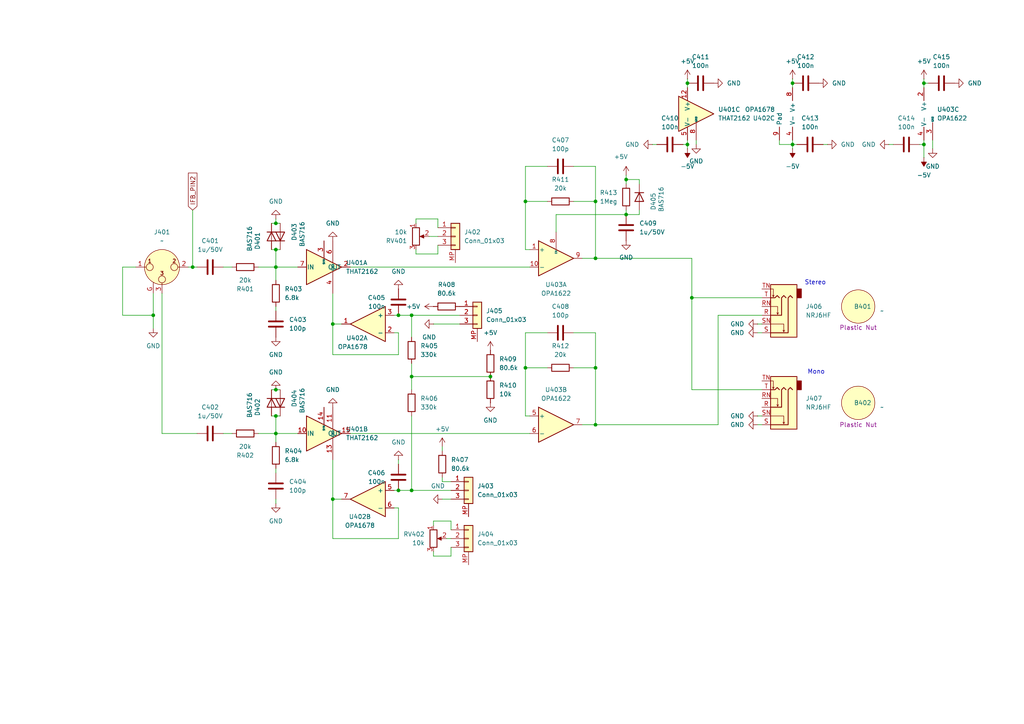
<source format=kicad_sch>
(kicad_sch (version 20250114) (generator "eeschema") (generator_version "9.0")
  (paper "A4")
  (lib_symbols
    (symbol "Amplifier_Audio:OPA1622" (pin_names (offset 0.127))
      (property "Reference" "U" (at 3.81 6.35 0))
      (property "Value" "OPA1622" (at 3.81 3.81 0))
      (symbol "OPA1622_1_1"
        (polyline (pts (xy -5.08 5.08) (xy 5.08 0) (xy -5.08 -5.08) (xy -5.08 5.08) (xy -5.08 5.08)) (stroke (width 0.254)) (fill (type background)))
        (pin input line (at -7.62 2.54 0) (length 2.54) (name "+") (number "1"))
        (pin input line (at -7.62 -2.54 0) (length 2.54) (name "-") (number "10"))
        (pin input line (at 0 7.62 270) (length 5.08) (name "EN") (number "8"))
        (pin output line (at 7.62 0 180) (length 2.54) (name "~") (number "9"))
      )
      (symbol "OPA1622_2_1"
        (polyline (pts (xy -5.08 5.08) (xy 5.08 0) (xy -5.08 -5.08) (xy -5.08 5.08) (xy -5.08 5.08)) (stroke (width 0.254)) (fill (type background)))
        (pin input line (at -7.62 2.54 0) (length 2.54) (name "+") (number "5"))
        (pin input line (at -7.62 -2.54 0) (length 2.54) (name "-") (number "6"))
        (pin output line (at 7.62 0 180) (length 2.54) (name "~") (number "7"))
      )
      (symbol "OPA1622_3_1"
        (pin power_in line (at -2.54 7.62 270) (length 3.81) (name "V+") (number "2"))
        (pin passive line (at -2.54 -7.62 90) (length 3.81) (hide yes) (name "V-") (number "11"))
        (pin power_in line (at -2.54 -7.62 90) (length 3.81) (name "V-") (number "4"))
        (pin power_in line (at 0 -7.62 90) (length 5.08) (name "GND") (number "3"))
      )
    )
    (symbol "Connector_Audio:AudioJack3_Switch"
      (property "Reference" "J" (at 0 11.43 0))
      (property "Value" "AudioJack3_Switch" (at 0 8.89 0))
      (symbol "AudioJack3_Switch_0_1"
        (rectangle (start -5.08 -5.08) (end -6.35 -7.62) (stroke (width 0.254)) (fill (type outline)))
        (polyline (pts (xy -1.905 -5.08) (xy -1.27 -5.715) (xy -0.635 -5.08) (xy -0.635 0) (xy 2.54 0)) (stroke (width 0.254)))
        (polyline (pts (xy -1.27 4.826) (xy -1.016 4.318)))
        (polyline (pts (xy 0 -5.08) (xy 0.635 -5.715) (xy 1.27 -5.08) (xy 2.54 -5.08)) (stroke (width 0.254)))
        (polyline (pts (xy 0.508 -0.254) (xy 0.762 -0.762)))
        (polyline (pts (xy 1.778 -5.334) (xy 2.032 -5.842)))
        (rectangle (start 2.54 6.35) (end -5.08 -8.89) (stroke (width 0.254)) (fill (type background)))
        (polyline (pts (xy 2.54 5.08) (xy -2.54 5.08) (xy -2.54 -5.08) (xy -3.175 -5.715) (xy -3.81 -5.08)) (stroke (width 0.254)))
        (polyline (pts (xy 2.54 2.54) (xy -1.27 2.54) (xy -1.27 4.826) (xy -1.524 4.318)))
        (polyline (pts (xy 2.54 -2.54) (xy 0.508 -2.54) (xy 0.508 -0.254) (xy 0.254 -0.762)))
        (polyline (pts (xy 2.54 -7.62) (xy 1.778 -7.62) (xy 1.778 -5.334) (xy 1.524 -5.842)))
      )
      (symbol "AudioJack3_Switch_1_1"
        (pin passive line (at 5.08 5.08 180) (length 2.54) (name "~") (number "S"))
        (pin passive line (at 5.08 2.54 180) (length 2.54) (name "~") (number "SN"))
        (pin passive line (at 5.08 0 180) (length 2.54) (name "~") (number "R"))
        (pin passive line (at 5.08 -2.54 180) (length 2.54) (name "~") (number "RN"))
        (pin passive line (at 5.08 -5.08 180) (length 2.54) (name "~") (number "T"))
        (pin passive line (at 5.08 -7.62 180) (length 2.54) (name "~") (number "TN"))
      )
    )
    (symbol "Connector_Audio:XLR3_Ground" (pin_names (hide yes))
      (property "Reference" "J" (at 0 8.89 0))
      (property "Value" "XLR3_Ground" (at 0 6.35 0))
      (symbol "XLR3_Ground_0_1"
        (polyline (pts (xy -5.08 0) (xy -4.572 0)))
        (circle (center -3.556 0) (radius 1.016))
        (polyline (pts (xy -2.54 -5.08) (xy -2.54 -4.445)))
        (circle (center 0 0) (radius 5.08) (fill (type background)))
        (circle (center 0 -3.556) (radius 1.016))
        (polyline (pts (xy 0 -5.08) (xy 0 -4.572)))
        (circle (center 3.556 0) (radius 1.016))
        (polyline (pts (xy 5.08 0) (xy 4.572 0)))
        (text "1" (at -3.556 1.778 0) (effects (font (size 1.016 1.016) (bold yes))))
        (text "3" (at 0 -1.778 0) (effects (font (size 1.016 1.016) (bold yes))))
        (text "2" (at 3.556 1.778 0) (effects (font (size 1.016 1.016) (bold yes))))
        (pin passive line (at -7.62 0 0) (length 2.54) (name "~") (number "1"))
        (pin passive line (at 0 -7.62 90) (length 2.54) (name "~") (number "3"))
        (pin passive line (at 7.62 0 180) (length 2.54) (name "~") (number "2"))
      )
      (symbol "XLR3_Ground_1_1"
        (pin passive line (at -2.54 -7.62 90) (length 2.54) (name "~") (number "G"))
      )
    )
    (symbol "Device:C" (pin_numbers (hide yes)) (pin_names (offset 0.254))
      (property "Reference" "C" (at 0.635 2.54 0))
      (property "Value" "C" (at 0.635 -2.54 0))
      (symbol "C_0_1"
        (polyline (pts (xy -2.032 0.762) (xy 2.032 0.762)) (stroke (width 0.508)))
        (polyline (pts (xy -2.032 -0.762) (xy 2.032 -0.762)) (stroke (width 0.508)))
      )
      (symbol "C_1_1"
        (pin passive line (at 0 3.81 270) (length 2.794) (name "~") (number "1"))
        (pin passive line (at 0 -3.81 90) (length 2.794) (name "~") (number "2"))
      )
    )
    (symbol "Device:R" (pin_numbers (hide yes)) (pin_names (offset 0))
      (property "Reference" "R" (at 2.032 0 90))
      (property "Value" "R" (at 0 0 90))
      (symbol "R_0_1"
        (rectangle (start -1.016 -2.54) (end 1.016 2.54) (stroke (width 0.254)))
      )
      (symbol "R_1_1"
        (pin passive line (at 0 3.81 270) (length 1.27) (name "~") (number "1"))
        (pin passive line (at 0 -3.81 90) (length 1.27) (name "~") (number "2"))
      )
    )
    (symbol "Device:R_Potentiometer" (pin_names (offset 1.016) (hide yes))
      (property "Reference" "RV" (at -4.445 0 90))
      (property "Value" "R_Potentiometer" (at -2.54 0 90))
      (symbol "R_Potentiometer_0_1"
        (rectangle (start 1.016 2.54) (end -1.016 -2.54) (stroke (width 0.254)))
        (polyline (pts (xy 1.143 0) (xy 2.286 0.508) (xy 2.286 -0.508) (xy 1.143 0)) (fill (type outline)))
        (polyline (pts (xy 2.54 0) (xy 1.524 0)))
      )
      (symbol "R_Potentiometer_1_1"
        (pin passive line (at 0 3.81 270) (length 1.27) (name "1") (number "1"))
        (pin passive line (at 0 -3.81 90) (length 1.27) (name "3") (number "3"))
        (pin passive line (at 3.81 0 180) (length 1.27) (name "2") (number "2"))
      )
    )
    (symbol "Diode:1N4148WT" (pin_numbers (hide yes)) (pin_names (hide yes))
      (property "Reference" "D" (at 0 2.54 0))
      (property "Value" "1N4148WT" (at 0 -2.54 0))
      (symbol "1N4148WT_0_1"
        (polyline (pts (xy -1.27 1.27) (xy -1.27 -1.27)) (stroke (width 0.254)))
        (polyline (pts (xy 1.27 1.27) (xy 1.27 -1.27) (xy -1.27 0) (xy 1.27 1.27)) (stroke (width 0.254)))
        (polyline (pts (xy 1.27 0) (xy -1.27 0)))
      )
      (symbol "1N4148WT_1_1"
        (pin passive line (at -3.81 0 0) (length 2.54) (name "K") (number "1"))
        (pin passive line (at 3.81 0 180) (length 2.54) (name "A") (number "2"))
      )
    )
    (symbol "STEVEannouncer:BOM_Entry" (on_board no)
      (property "Reference" "B" (at 0 0 0))
      (symbol "BOM_Entry_1_1"
        (circle (center 0 0) (radius 4.836) (fill (type background)))
      )
    )
    (symbol "STEVEannouncer:JST_B3B_PH" (pin_names (offset 1.016) (hide yes))
      (property "Reference" "J405" (at 2.54 1.2701 0))
      (property "Value" "JST_B3B_PH" (at 2.54 -1.2699 0))
      (symbol "JST_B3B_PH_1_1"
        (rectangle (start -1.27 3.81) (end 1.27 -3.81) (stroke (width 0.254)) (fill (type background)))
        (rectangle (start -1.27 2.667) (end 0 2.413) (stroke (width 0.1524)))
        (rectangle (start -1.27 0.127) (end 0 -0.127) (stroke (width 0.1524)))
        (rectangle (start -1.27 -2.413) (end 0 -2.667) (stroke (width 0.1524)))
        (pin passive line (at -5.08 2.54 0) (length 3.81) (name "Pin_1") (number "1"))
        (pin passive line (at -5.08 0 0) (length 3.81) (name "Pin_2") (number "2"))
        (pin passive line (at -5.08 -2.54 0) (length 3.81) (name "Pin_3") (number "3"))
        (pin passive line (at 0 -7.62 90) (length 3.81) (name "Pin_3") (number "MP"))
      )
    )
    (symbol "STEVEannouncer:OPA1678"
      (property "Reference" "U303" (at -0.254 -3.302 0))
      (property "Value" "OPA1678" (at -0.254 -5.842 0))
      (symbol "OPA1678_1_1"
        (polyline (pts (xy -5.08 5.08) (xy 5.08 0) (xy -5.08 -5.08) (xy -5.08 5.08)) (stroke (width 0.254)) (fill (type background)))
        (pin input line (at -7.62 2.54 0) (length 2.54) (name "+") (number "3"))
        (pin input line (at -7.62 -2.54 0) (length 2.54) (name "-") (number "2"))
        (pin output line (at 7.62 0 180) (length 2.54) (name "~") (number "1"))
      )
      (symbol "OPA1678_2_1"
        (polyline (pts (xy -5.08 5.08) (xy 5.08 0) (xy -5.08 -5.08) (xy -5.08 5.08)) (stroke (width 0.254)) (fill (type background)))
        (pin input line (at -7.62 2.54 0) (length 2.54) (name "+") (number "5"))
        (pin input line (at -7.62 -2.54 0) (length 2.54) (name "-") (number "6"))
        (pin output line (at 7.62 0 180) (length 2.54) (name "~") (number "7"))
      )
      (symbol "OPA1678_3_1"
        (pin power_in line (at -6.35 -7.62 90) (length 3.81) (name "Pad") (number "9"))
        (pin power_in line (at -2.54 7.62 270) (length 3.81) (name "V+") (number "8"))
        (pin power_in line (at -2.54 -7.62 90) (length 3.81) (name "V-") (number "4"))
      )
    )
    (symbol "STEVEannouncer:THAT2162" (pin_names (offset 0.127))
      (property "Reference" "U3" (at 11.43 6.4202 0))
      (property "Value" "THAT2162" (at 11.43 3.8802 0))
      (symbol "THAT2162_0_1"
        (polyline (pts (xy -5.08 5.08) (xy 5.08 0) (xy -5.08 -5.08) (xy -5.08 5.08)) (stroke (width 0.254)) (fill (type background)))
      )
      (symbol "THAT2162_1_1"
        (pin input line (at -7.62 0 0) (length 2.54) (name "IN") (number "7"))
        (pin input line (at 0 7.62 270) (length 5.08) (name "SYM") (number "3"))
        (pin input line (at 2.54 7.62 270) (length 6.35) (name "E+") (number "6"))
        (pin input line (at 2.54 -7.62 90) (length 6.35) (name "E-") (number "4"))
        (pin output line (at 7.62 0 180) (length 2.54) (name "OUT") (number "2"))
      )
      (symbol "THAT2162_2_1"
        (pin input line (at -7.62 0 0) (length 2.54) (name "IN") (number "10"))
        (pin input line (at 0 7.62 270) (length 5.08) (name "SYM") (number "14"))
        (pin input line (at 2.54 7.62 270) (length 6.35) (name "E+") (number "11"))
        (pin input line (at 2.54 -7.62 90) (length 6.35) (name "E-") (number "13"))
        (pin output line (at 7.62 0 180) (length 2.54) (name "OUT") (number "15"))
      )
      (symbol "THAT2162_3_0"
        (pin power_in line (at -2.54 7.62 270) (length 3.81) (name "V+") (number "12"))
        (pin power_in line (at -2.54 -7.62 90) (length 3.81) (name "V-") (number "5"))
        (pin power_in line (at 0 -7.62 90) (length 5.08) (name "GND") (number "8"))
      )
    )
    (symbol "THAT2162_1" (pin_names (offset 0.127))
      (property "Reference" "U3" (at 11.43 6.4202 0))
      (property "Value" "THAT2162" (at 11.43 3.8802 0))
      (symbol "THAT2162_1_0_1"
        (polyline (pts (xy -5.08 5.08) (xy 5.08 0) (xy -5.08 -5.08) (xy -5.08 5.08)) (stroke (width 0.254)) (fill (type background)))
      )
      (symbol "THAT2162_1_1_1"
        (pin input line (at -7.62 0 0) (length 2.54) (name "IN") (number "7"))
        (pin input line (at 0 7.62 270) (length 5.08) (name "SYM") (number "3"))
        (pin input line (at 2.54 7.62 270) (length 6.35) (name "E+") (number "6"))
        (pin input line (at 2.54 -7.62 90) (length 6.35) (name "E-") (number "4"))
        (pin output line (at 7.62 0 180) (length 2.54) (name "OUT") (number "2"))
      )
      (symbol "THAT2162_1_2_1"
        (pin input line (at -7.62 0 0) (length 2.54) (name "IN") (number "10"))
        (pin input line (at 0 7.62 270) (length 5.08) (name "SYM") (number "14"))
        (pin input line (at 2.54 7.62 270) (length 6.35) (name "E+") (number "11"))
        (pin input line (at 2.54 -7.62 90) (length 6.35) (name "E-") (number "13"))
        (pin output line (at 7.62 0 180) (length 2.54) (name "OUT") (number "15"))
      )
      (symbol "THAT2162_1_3_0"
        (pin power_in line (at -2.54 7.62 270) (length 3.81) (name "V+") (number "12"))
        (pin power_in line (at -2.54 -7.62 90) (length 3.81) (name "V-") (number "5"))
        (pin power_in line (at 0 -7.62 90) (length 5.08) (name "GND") (number "8"))
        (pin no_connect line (at 2.54 -5.08 90) (length 5.08) (hide yes) (name "NC") (number "1"))
        (pin no_connect line (at 3.81 -5.08 90) (length 5.08) (hide yes) (name "NC") (number "9"))
        (pin no_connect line (at 5.08 -5.08 90) (length 5.08) (hide yes) (name "NC") (number "16"))
      )
    )
    (symbol "power:+5V" (power) (pin_numbers (hide yes)) (pin_names (offset 0) (hide yes))
      (property "Value" "+5V" (at 0 3.556 0))
      (symbol "+5V_0_1"
        (polyline (pts (xy -0.762 1.27) (xy 0 2.54)))
        (polyline (pts (xy 0 2.54) (xy 0.762 1.27)))
        (polyline (pts (xy 0 0) (xy 0 2.54)))
      )
      (symbol "+5V_1_1"
        (pin power_in line (at 0 0 90) (length 0) (name "~") (number "1"))
      )
    )
    (symbol "power:-5V" (power) (pin_numbers (hide yes)) (pin_names (offset 0) (hide yes))
      (property "Value" "-5V" (at 0 3.556 0))
      (symbol "-5V_0_0"
        (pin power_in line (at 0 0 90) (length 0) (name "~") (number "1"))
      )
      (symbol "-5V_0_1"
        (polyline (pts (xy 0 0) (xy 0 1.27) (xy 0.762 1.27) (xy 0 2.54) (xy -0.762 1.27) (xy 0 1.27)) (fill (type outline)))
      )
    )
    (symbol "power:GND" (power) (pin_numbers (hide yes)) (pin_names (offset 0) (hide yes))
      (property "Value" "GND" (at 0 -3.81 0))
      (symbol "GND_0_1"
        (polyline (pts (xy 0 0) (xy 0 -1.27) (xy 1.27 -1.27) (xy 0 -2.54) (xy -1.27 -1.27) (xy 0 -1.27)))
      )
      (symbol "GND_1_1"
        (pin power_in line (at 0 0 270) (length 0) (name "~") (number "1"))
      )
    )
  )
  (text "Mono" (at 236.728 107.95 0) (effects (font (size 1.27 1.27))))
  (text "Stereo" (at 236.474 82.042 0) (effects (font (size 1.27 1.27))))
  (junction (at 80.01 77.47))
  (junction (at 181.61 62.23))
  (junction (at 119.38 109.22))
  (junction (at 200.66 86.36))
  (junction (at 44.45 91.44))
  (junction (at 199.39 41.91))
  (junction (at 229.87 41.91))
  (junction (at 172.72 58.42))
  (junction (at 172.72 106.68))
  (junction (at 142.24 109.22))
  (junction (at 96.52 144.78))
  (junction (at 80.01 64.77))
  (junction (at 181.61 52.07))
  (junction (at 267.97 41.91))
  (junction (at 172.72 123.19))
  (junction (at 80.01 120.65))
  (junction (at 115.57 91.44))
  (junction (at 115.57 142.24))
  (junction (at 80.01 72.39))
  (junction (at 152.4 106.68))
  (junction (at 172.72 74.93))
  (junction (at 119.38 142.24))
  (junction (at 229.87 24.13))
  (junction (at 80.01 125.73))
  (junction (at 267.97 24.13))
  (junction (at 96.52 93.98))
  (junction (at 119.38 91.44))
  (junction (at 80.01 113.03))
  (junction (at 199.39 24.13))
  (junction (at 55.88 77.47))
  (junction (at 152.4 58.42))
  (wire (pts (xy 128.27 129.54) (xy 128.27 130.81)))
  (wire (pts (xy 101.6 125.73) (xy 153.67 125.73)))
  (wire (pts (xy 199.39 24.13) (xy 199.39 25.4)))
  (wire (pts (xy 181.61 62.23) (xy 185.42 62.23)))
  (wire (pts (xy 152.4 58.42) (xy 152.4 48.26)))
  (wire (pts (xy 115.57 96.52) (xy 114.3 96.52)))
  (wire (pts (xy 240.03 41.91) (xy 238.76 41.91)))
  (wire (pts (xy 231.14 41.91) (xy 229.87 41.91)))
  (wire (pts (xy 80.01 63.5) (xy 80.01 64.77)))
  (wire (pts (xy 270.51 40.64) (xy 270.51 43.18)))
  (wire (pts (xy 153.67 120.65) (xy 152.4 120.65)))
  (wire (pts (xy 130.81 161.29) (xy 125.73 161.29)))
  (wire (pts (xy 152.4 48.26) (xy 158.75 48.26)))
  (wire (pts (xy 119.38 120.65) (xy 119.38 142.24)))
  (wire (pts (xy 229.87 22.86) (xy 229.87 24.13)))
  (wire (pts (xy 115.57 147.32) (xy 114.3 147.32)))
  (wire (pts (xy 172.72 74.93) (xy 200.66 74.93)))
  (wire (pts (xy 35.56 77.47) (xy 35.56 91.44)))
  (wire (pts (xy 125.73 93.98) (xy 133.35 93.98)))
  (wire (pts (xy 46.99 85.09) (xy 46.99 125.73)))
  (wire (pts (xy 115.57 102.87) (xy 115.57 96.52)))
  (wire (pts (xy 80.01 88.9) (xy 80.01 90.17)))
  (wire (pts (xy 55.88 60.96) (xy 55.88 77.47)))
  (wire (pts (xy 181.61 60.96) (xy 181.61 62.23)))
  (wire (pts (xy 127 66.04) (xy 127 63.5)))
  (wire (pts (xy 161.29 62.23) (xy 161.29 67.31)))
  (wire (pts (xy 267.97 24.13) (xy 269.24 24.13)))
  (wire (pts (xy 39.37 77.47) (xy 35.56 77.47)))
  (wire (pts (xy 267.97 24.13) (xy 267.97 25.4)))
  (wire (pts (xy 115.57 134.62) (xy 115.57 133.35)))
  (wire (pts (xy 220.98 120.65) (xy 219.71 120.65)))
  (wire (pts (xy 172.72 74.93) (xy 168.91 74.93)))
  (wire (pts (xy 114.3 91.44) (xy 115.57 91.44)))
  (wire (pts (xy 152.4 120.65) (xy 152.4 106.68)))
  (wire (pts (xy 80.01 72.39) (xy 80.01 77.47)))
  (wire (pts (xy 172.72 48.26) (xy 172.72 58.42)))
  (wire (pts (xy 125.73 160.02) (xy 125.73 161.29)))
  (wire (pts (xy 119.38 113.03) (xy 119.38 109.22)))
  (wire (pts (xy 119.38 91.44) (xy 133.35 91.44)))
  (wire (pts (xy 78.74 113.03) (xy 80.01 113.03)))
  (wire (pts (xy 101.6 77.47) (xy 153.67 77.47)))
  (wire (pts (xy 226.06 41.91) (xy 229.87 41.91)))
  (wire (pts (xy 200.66 113.03) (xy 220.98 113.03)))
  (wire (pts (xy 129.54 156.21) (xy 130.81 156.21)))
  (wire (pts (xy 96.52 133.35) (xy 96.52 144.78)))
  (wire (pts (xy 127 73.66) (xy 120.65 73.66)))
  (wire (pts (xy 78.74 72.39) (xy 80.01 72.39)))
  (wire (pts (xy 35.56 91.44) (xy 44.45 91.44)))
  (wire (pts (xy 185.42 60.96) (xy 185.42 62.23)))
  (wire (pts (xy 199.39 41.91) (xy 199.39 40.64)))
  (wire (pts (xy 166.37 106.68) (xy 172.72 106.68)))
  (wire (pts (xy 189.23 41.91) (xy 190.5 41.91)))
  (wire (pts (xy 96.52 93.98) (xy 99.06 93.98)))
  (wire (pts (xy 181.61 52.07) (xy 181.61 53.34)))
  (wire (pts (xy 152.4 106.68) (xy 152.4 96.52)))
  (wire (pts (xy 80.01 135.89) (xy 80.01 137.16)))
  (wire (pts (xy 80.01 125.73) (xy 86.36 125.73)))
  (wire (pts (xy 80.01 125.73) (xy 80.01 128.27)))
  (wire (pts (xy 119.38 109.22) (xy 142.24 109.22)))
  (wire (pts (xy 229.87 24.13) (xy 229.87 25.4)))
  (wire (pts (xy 80.01 77.47) (xy 86.36 77.47)))
  (wire (pts (xy 199.39 22.86) (xy 199.39 24.13)))
  (wire (pts (xy 115.57 156.21) (xy 115.57 147.32)))
  (wire (pts (xy 124.46 68.58) (xy 127 68.58)))
  (wire (pts (xy 130.81 153.67) (xy 130.81 151.13)))
  (wire (pts (xy 166.37 48.26) (xy 172.72 48.26)))
  (wire (pts (xy 267.97 22.86) (xy 267.97 24.13)))
  (wire (pts (xy 130.81 151.13) (xy 125.73 151.13)))
  (wire (pts (xy 220.98 93.98) (xy 219.71 93.98)))
  (wire (pts (xy 80.01 77.47) (xy 80.01 81.28)))
  (wire (pts (xy 226.06 40.64) (xy 226.06 41.91)))
  (wire (pts (xy 200.66 86.36) (xy 200.66 113.03)))
  (wire (pts (xy 119.38 142.24) (xy 130.81 142.24)))
  (wire (pts (xy 119.38 97.79) (xy 119.38 91.44)))
  (wire (pts (xy 130.81 144.78) (xy 128.27 144.78)))
  (wire (pts (xy 181.61 62.23) (xy 161.29 62.23)))
  (wire (pts (xy 96.52 156.21) (xy 115.57 156.21)))
  (wire (pts (xy 208.28 91.44) (xy 208.28 123.19)))
  (wire (pts (xy 64.77 77.47) (xy 67.31 77.47)))
  (wire (pts (xy 80.01 113.03) (xy 81.28 113.03)))
  (wire (pts (xy 208.28 123.19) (xy 172.72 123.19)))
  (wire (pts (xy 172.72 123.19) (xy 168.91 123.19)))
  (wire (pts (xy 120.65 72.39) (xy 120.65 73.66)))
  (wire (pts (xy 74.93 125.73) (xy 80.01 125.73)))
  (wire (pts (xy 80.01 120.65) (xy 80.01 125.73)))
  (wire (pts (xy 99.06 144.78) (xy 96.52 144.78)))
  (wire (pts (xy 78.74 120.65) (xy 80.01 120.65)))
  (wire (pts (xy 198.12 41.91) (xy 199.39 41.91)))
  (wire (pts (xy 267.97 41.91) (xy 267.97 40.64)))
  (wire (pts (xy 96.52 85.09) (xy 96.52 93.98)))
  (wire (pts (xy 125.73 151.13) (xy 125.73 152.4)))
  (wire (pts (xy 96.52 102.87) (xy 115.57 102.87)))
  (wire (pts (xy 220.98 96.52) (xy 219.71 96.52)))
  (wire (pts (xy 152.4 72.39) (xy 152.4 58.42)))
  (wire (pts (xy 74.93 77.47) (xy 80.01 77.47)))
  (wire (pts (xy 152.4 106.68) (xy 158.75 106.68)))
  (wire (pts (xy 181.61 50.8) (xy 181.61 52.07)))
  (wire (pts (xy 257.81 41.91) (xy 259.08 41.91)))
  (wire (pts (xy 128.27 139.7) (xy 130.81 139.7)))
  (wire (pts (xy 78.74 64.77) (xy 80.01 64.77)))
  (wire (pts (xy 114.3 142.24) (xy 115.57 142.24)))
  (wire (pts (xy 172.72 106.68) (xy 172.72 123.19)))
  (wire (pts (xy 115.57 142.24) (xy 119.38 142.24)))
  (wire (pts (xy 166.37 96.52) (xy 172.72 96.52)))
  (wire (pts (xy 44.45 91.44) (xy 44.45 95.25)))
  (wire (pts (xy 130.81 158.75) (xy 130.81 161.29)))
  (wire (pts (xy 80.01 120.65) (xy 81.28 120.65)))
  (wire (pts (xy 185.42 52.07) (xy 185.42 53.34)))
  (wire (pts (xy 80.01 72.39) (xy 81.28 72.39)))
  (wire (pts (xy 128.27 138.43) (xy 128.27 139.7)))
  (wire (pts (xy 115.57 91.44) (xy 119.38 91.44)))
  (wire (pts (xy 80.01 144.78) (xy 80.01 146.05)))
  (wire (pts (xy 120.65 63.5) (xy 120.65 64.77)))
  (wire (pts (xy 152.4 58.42) (xy 158.75 58.42)))
  (wire (pts (xy 80.01 64.77) (xy 81.28 64.77)))
  (wire (pts (xy 220.98 123.19) (xy 219.71 123.19)))
  (wire (pts (xy 127 71.12) (xy 127 73.66)))
  (wire (pts (xy 201.93 40.64) (xy 201.93 41.91)))
  (wire (pts (xy 266.7 41.91) (xy 267.97 41.91)))
  (wire (pts (xy 200.66 74.93) (xy 200.66 86.36)))
  (wire (pts (xy 54.61 77.47) (xy 55.88 77.47)))
  (wire (pts (xy 44.45 91.44) (xy 44.45 85.09)))
  (wire (pts (xy 153.67 72.39) (xy 152.4 72.39)))
  (wire (pts (xy 172.72 96.52) (xy 172.72 106.68)))
  (wire (pts (xy 172.72 58.42) (xy 172.72 74.93)))
  (wire (pts (xy 127 63.5) (xy 120.65 63.5)))
  (wire (pts (xy 229.87 41.91) (xy 229.87 40.64)))
  (wire (pts (xy 229.87 41.91) (xy 229.87 43.18)))
  (wire (pts (xy 199.39 41.91) (xy 199.39 43.18)))
  (wire (pts (xy 96.52 93.98) (xy 96.52 102.87)))
  (wire (pts (xy 208.28 91.44) (xy 220.98 91.44)))
  (wire (pts (xy 267.97 41.91) (xy 267.97 45.72)))
  (wire (pts (xy 64.77 125.73) (xy 67.31 125.73)))
  (wire (pts (xy 200.66 86.36) (xy 220.98 86.36)))
  (wire (pts (xy 57.15 77.47) (xy 55.88 77.47)))
  (wire (pts (xy 96.52 144.78) (xy 96.52 156.21)))
  (wire (pts (xy 152.4 96.52) (xy 158.75 96.52)))
  (wire (pts (xy 166.37 58.42) (xy 172.72 58.42)))
  (wire (pts (xy 119.38 105.41) (xy 119.38 109.22)))
  (wire (pts (xy 46.99 125.73) (xy 57.15 125.73)))
  (wire (pts (xy 181.61 52.07) (xy 185.42 52.07)))
  (global_label "IFB_PIN2" (shape input) (at 55.88 60.96 90) (property "Intersheetrefs" "${INTERSHEET_REFS}" (effects (hide yes))))
  (symbol (lib_id "Amplifier_Audio:OPA1622") (at 161.29 123.19 0) (unit 2)
    (property "Reference" "U403" (at 161.29 113.03 0))
    (property "Value" "OPA1622" (at 161.29 115.57 0))
    (property "Footprint" "Package_SON:Texas_S-PVSON-N10_ThermalVias" (effects (hide yes)))
    (property "Datasheet" "http://www.ti.com/lit/ds/symlink/opa1622.pdf" (effects (hide yes)))
    (property "Description" "High-Fidelity, Bipolar-Input, Audio Operational Amplifier, VSON-10" (effects (hide yes)))
    (property "Mouser Part Number" "595-OPA1622IDRCT" (effects (hide yes)))
  )
  (symbol (lib_id "Device:C") (at 115.57 87.63 0) (mirror x) (unit 1)
    (property "Reference" "C405" (at 111.76 86.3599 0) (effects (justify right)))
    (property "Value" "100n" (at 111.76 88.8999 0) (effects (justify right)))
    (property "Footprint" "Capacitor_SMD:C_0402_1005Metric" (effects (hide yes)))
    (property "Description" "Unpolarized capacitor" (effects (hide yes)))
    (property "Mouser Part Number" "81-GRM155R62A104KE4D" (effects (hide yes)))
  )
  (symbol (lib_id "power:+5V") (at 229.87 22.86 0) (unit 1)
    (property "Reference" "#PWR0427" (effects (hide yes)))
    (property "Value" "+5V" (at 229.87 17.78 0))
    (property "Description" "Power symbol creates a global label with name \"+5V\"" (effects (hide yes)))
  )
  (symbol (lib_id "power:GND") (at 44.45 95.25 0) (unit 1)
    (property "Reference" "#PWR0401" (effects (hide yes)))
    (property "Value" "GND" (at 44.45 100.33 0))
    (property "Description" "Power symbol creates a global label with name \"GND\" , ground" (effects (hide yes)))
  )
  (symbol (lib_id "Connector_Audio:AudioJack3_Switch") (at 226.06 118.11 180) (unit 1)
    (property "Reference" "J407" (at 233.68 115.5699 0) (effects (justify right)))
    (property "Value" "NRJ6HF" (at 233.68 118.1099 0) (effects (justify right)))
    (property "Footprint" "Connector_Audio:Jack_6.35mm_Neutrik_NRJ6HF_Horizontal" (effects (hide yes)))
    (property "Description" "Audio Jack, 3 Poles (Stereo / TRS), Switched Poles (Normalling)" (effects (hide yes)))
    (property "Mouser Part Number" "550-20311" (effects (hide yes)))
  )
  (symbol (lib_id "power:GND") (at 80.01 97.79 0) (unit 1)
    (property "Reference" "#PWR0403" (effects (hide yes)))
    (property "Value" "GND" (at 80.01 102.87 0))
    (property "Description" "Power symbol creates a global label with name \"GND\" , ground" (effects (hide yes)))
  )
  (symbol (lib_id "power:GND") (at 189.23 41.91 270) (unit 1)
    (property "Reference" "#PWR0418" (effects (hide yes)))
    (property "Value" "GND" (at 185.42 41.9099 90) (effects (justify right)))
    (property "Description" "Power symbol creates a global label with name \"GND\" , ground" (effects (hide yes)))
  )
  (symbol (lib_id "STEVEannouncer:JST_B3B_PH") (at 135.89 142.24 0) (unit 1)
    (property "Reference" "J403" (at 138.43 140.9699 0) (effects (justify left)))
    (property "Value" "Conn_01x03" (at 138.43 143.5099 0) (effects (justify left)))
    (property "Footprint" "Connector_JST:JST_PH_B3B-PH-SM4-TB_1x03-1MP_P2.00mm_Vertical" (effects (hide yes)))
    (property "Description" "Generic connector, single row, 01x03, script generated (kicad-library-utils/schlib/autogen/connector/)" (effects (hide yes)))
    (property "Mouser Part Number" "306-B3BPHSM4TBLFSN" (effects (hide yes)))
  )
  (symbol (lib_id "STEVEannouncer:JST_B3B_PH") (at 135.89 156.21 0) (unit 1)
    (property "Reference" "J404" (at 138.43 154.9399 0) (effects (justify left)))
    (property "Value" "Conn_01x03" (at 138.43 157.4799 0) (effects (justify left)))
    (property "Footprint" "Connector_JST:JST_PH_B3B-PH-SM4-TB_1x03-1MP_P2.00mm_Vertical" (effects (hide yes)))
    (property "Description" "Generic connector, single row, 01x03, script generated (kicad-library-utils/schlib/autogen/connector/)" (effects (hide yes)))
    (property "Mouser Part Number" "306-B3BPHSM4TBLFSN" (effects (hide yes)))
  )
  (symbol (lib_id "Device:C") (at 60.96 125.73 90) (unit 1)
    (property "Reference" "C402" (at 60.96 118.11 90))
    (property "Value" "1u/50V" (at 60.96 120.65 90))
    (property "Footprint" "Capacitor_SMD:C_0402_1005Metric" (effects (hide yes)))
    (property "Description" "Unpolarized capacitor" (effects (hide yes)))
    (property "Mouser Part Number" "81-GRM155R61H105KE5D" (effects (hide yes)))
  )
  (symbol (lib_id "power:GND") (at 128.27 144.78 270) (unit 1)
    (property "Reference" "#PWR0413" (effects (hide yes)))
    (property "Value" "GND" (at 127 140.97 90))
    (property "Description" "Power symbol creates a global label with name \"GND\" , ground" (effects (hide yes)))
  )
  (symbol (lib_id "Device:R") (at 162.56 106.68 90) (unit 1)
    (property "Reference" "R412" (at 162.56 100.33 90))
    (property "Value" "20k" (at 162.56 102.87 90))
    (property "Footprint" "Resistor_SMD:R_0402_1005Metric" (effects (hide yes)))
    (property "Description" "Resistor" (effects (hide yes)))
  )
  (symbol (lib_id "STEVEannouncer:JST_B3B_PH") (at 138.43 91.44 0) (unit 1)
    (property "Reference" "J405" (at 140.97 90.1699 0) (effects (justify left)))
    (property "Value" "Conn_01x03" (at 140.97 92.7099 0) (effects (justify left)))
    (property "Footprint" "Connector_JST:JST_PH_B3B-PH-SM4-TB_1x03-1MP_P2.00mm_Vertical" (effects (hide yes)))
    (property "Description" "Generic connector, single row, 01x03, script generated (kicad-library-utils/schlib/autogen/connector/)" (effects (hide yes)))
    (property "Mouser Part Number" "306-B3BPHSM4TBLFSN" (effects (hide yes)))
  )
  (symbol (lib_id "Device:R_Potentiometer") (at 125.73 156.21 0) (unit 1)
    (property "Reference" "RV402" (at 123.19 154.9399 0) (effects (justify right)))
    (property "Value" "10k" (at 123.19 157.4799 0) (effects (justify right)))
    (property "Footprint" "STEVEannouncer:Pot" (effects (hide yes)))
    (property "Description" "Potentiometer" (effects (hide yes)))
    (property "Mouser Part Number" "858-P160KN0QD15B10K" (effects (hide yes)))
  )
  (symbol (lib_id "power:GND") (at 257.81 41.91 270) (unit 1)
    (property "Reference" "#PWR0431" (effects (hide yes)))
    (property "Value" "GND" (at 254 41.9099 90) (effects (justify right)))
    (property "Description" "Power symbol creates a global label with name \"GND\" , ground" (effects (hide yes)))
  )
  (symbol (lib_id "power:GND") (at 207.01 24.13 90) (unit 1)
    (property "Reference" "#PWR0422" (effects (hide yes)))
    (property "Value" "GND" (at 210.82 24.1299 90) (effects (justify right)))
    (property "Description" "Power symbol creates a global label with name \"GND\" , ground" (effects (hide yes)))
  )
  (symbol (lib_id "Connector_Audio:AudioJack3_Switch") (at 226.06 91.44 180) (unit 1)
    (property "Reference" "J406" (at 233.68 88.8999 0) (effects (justify right)))
    (property "Value" "NRJ6HF" (at 233.68 91.4399 0) (effects (justify right)))
    (property "Footprint" "Connector_Audio:Jack_6.35mm_Neutrik_NRJ6HF_Horizontal" (effects (hide yes)))
    (property "Description" "Audio Jack, 3 Poles (Stereo / TRS), Switched Poles (Normalling)" (effects (hide yes)))
    (property "Mouser Part Number" "550-20311" (effects (hide yes)))
  )
  (symbol (lib_id "Device:C") (at 262.89 41.91 90) (unit 1)
    (property "Reference" "C414" (at 262.89 34.29 90))
    (property "Value" "100n" (at 262.89 36.83 90))
    (property "Footprint" "Capacitor_SMD:C_0402_1005Metric" (effects (hide yes)))
    (property "Description" "Unpolarized capacitor" (effects (hide yes)))
    (property "Mouser Part Number" "81-GRM155R62A104KE4D" (effects (hide yes)))
  )
  (symbol (lib_id "Device:R") (at 162.56 58.42 90) (unit 1)
    (property "Reference" "R411" (at 162.56 52.07 90))
    (property "Value" "20k" (at 162.56 54.61 90))
    (property "Footprint" "Resistor_SMD:R_0402_1005Metric" (effects (hide yes)))
    (property "Description" "Resistor" (effects (hide yes)))
  )
  (symbol (lib_id "Device:R") (at 71.12 77.47 90) (mirror x) (unit 1)
    (property "Reference" "R401" (at 71.12 83.82 90))
    (property "Value" "20k" (at 71.12 81.28 90))
    (property "Footprint" "Resistor_SMD:R_0402_1005Metric" (effects (hide yes)))
    (property "Description" "Resistor" (effects (hide yes)))
  )
  (symbol (lib_id "power:GND") (at 219.71 96.52 270) (unit 1)
    (property "Reference" "#PWR0424" (effects (hide yes)))
    (property "Value" "GND" (at 215.9 96.5201 90) (effects (justify right)))
    (property "Description" "Power symbol creates a global label with name \"GND\" , ground" (effects (hide yes)))
  )
  (symbol (lib_id "Device:C") (at 60.96 77.47 90) (unit 1)
    (property "Reference" "C401" (at 60.96 69.85 90))
    (property "Value" "1u/50V" (at 60.96 72.39 90))
    (property "Footprint" "Capacitor_SMD:C_0402_1005Metric" (effects (hide yes)))
    (property "Description" "Unpolarized capacitor" (effects (hide yes)))
    (property "Mouser Part Number" "81-GRM155R61H105KE5D" (effects (hide yes)))
  )
  (symbol (lib_id "power:GND") (at 142.24 116.84 0) (unit 1)
    (property "Reference" "#PWR0415" (effects (hide yes)))
    (property "Value" "GND" (at 142.24 121.92 0))
    (property "Description" "Power symbol creates a global label with name \"GND\" , ground" (effects (hide yes)))
  )
  (symbol (lib_id "Diode:1N4148WT") (at 78.74 116.84 270) (unit 1)
    (property "Reference" "D402" (at 74.676 115.57 0) (effects (justify left)))
    (property "Value" "BAS716" (at 72.39 113.792 0) (effects (justify left)))
    (property "Footprint" "Diode_SMD:D_SOD-523" (effects (hide yes)))
    (property "Datasheet" "https://www.diodes.com/assets/Datasheets/ds30396.pdf" (effects (hide yes)))
    (property "Description" "75V 0.15A Fast switching Diode, SOD-523" (effects (hide yes)))
    (property "Sim.Device" "D" (effects (hide yes)))
    (property "Sim.Pins" "1=K 2=A" (effects (hide yes)))
    (property "Mouser Part Number" "771-BAS716-T/R" (effects (hide yes)))
  )
  (symbol (lib_id "power:GND") (at 219.71 120.65 270) (unit 1)
    (property "Reference" "#PWR0425" (effects (hide yes)))
    (property "Value" "GND" (at 215.9 120.6501 90) (effects (justify right)))
    (property "Description" "Power symbol creates a global label with name \"GND\" , ground" (effects (hide yes)))
  )
  (symbol (lib_id "power:GND") (at 237.49 24.13 90) (unit 1)
    (property "Reference" "#PWR0429" (effects (hide yes)))
    (property "Value" "GND" (at 241.3 24.1299 90) (effects (justify right)))
    (property "Description" "Power symbol creates a global label with name \"GND\" , ground" (effects (hide yes)))
  )
  (symbol (lib_id "power:-5V") (at 229.87 43.18 0) (mirror x) (unit 1)
    (property "Reference" "#PWR0428" (effects (hide yes)))
    (property "Value" "-5V" (at 229.87 48.26 0))
    (property "Description" "Power symbol creates a global label with name \"-5V\"" (effects (hide yes)))
  )
  (symbol (lib_id "Device:C") (at 234.95 41.91 270) (mirror x) (unit 1)
    (property "Reference" "C413" (at 234.95 34.29 90))
    (property "Value" "100n" (at 234.95 36.83 90))
    (property "Footprint" "Capacitor_SMD:C_0402_1005Metric" (effects (hide yes)))
    (property "Description" "Unpolarized capacitor" (effects (hide yes)))
    (property "Mouser Part Number" "81-GRM155R62A104KE4D" (effects (hide yes)))
  )
  (symbol (lib_id "power:GND") (at 270.51 43.18 0) (unit 1)
    (property "Reference" "#PWR0434" (effects (hide yes)))
    (property "Value" "GND" (at 270.51 48.26 0))
    (property "Description" "Power symbol creates a global label with name \"GND\" , ground" (effects (hide yes)))
  )
  (symbol (lib_id "power:-5V") (at 267.97 45.72 180) (unit 1)
    (property "Reference" "#PWR0433" (effects (hide yes)))
    (property "Value" "-5V" (at 267.97 50.8 0))
    (property "Description" "Power symbol creates a global label with name \"-5V\"" (effects (hide yes)))
  )
  (symbol (lib_id "STEVEannouncer:JST_B3B_PH") (at 132.08 68.58 0) (unit 1)
    (property "Reference" "J402" (at 134.62 67.3099 0) (effects (justify left)))
    (property "Value" "Conn_01x03" (at 134.62 69.8499 0) (effects (justify left)))
    (property "Footprint" "Connector_JST:JST_PH_B3B-PH-SM4-TB_1x03-1MP_P2.00mm_Vertical" (effects (hide yes)))
    (property "Description" "Generic connector, single row, 01x03, script generated (kicad-library-utils/schlib/autogen/connector/)" (effects (hide yes)))
    (property "Mouser Part Number" "306-B3BPHSM4TBLFSN" (effects (hide yes)))
  )
  (symbol (lib_id "Device:C") (at 162.56 96.52 90) (unit 1)
    (property "Reference" "C408" (at 162.56 88.9 90))
    (property "Value" "100p" (at 162.56 91.44 90))
    (property "Footprint" "Capacitor_SMD:C_0402_1005Metric" (effects (hide yes)))
    (property "Description" "Unpolarized capacitor" (effects (hide yes)))
  )
  (symbol (lib_id "power:GND") (at 181.61 69.85 0) (unit 1)
    (property "Reference" "#PWR0417" (effects (hide yes)))
    (property "Value" "GND" (at 181.61 74.676 0))
    (property "Description" "Power symbol creates a global label with name \"GND\" , ground" (effects (hide yes)))
  )
  (symbol (lib_id "Device:R") (at 80.01 132.08 0) (unit 1)
    (property "Reference" "R404" (at 82.55 130.8099 0) (effects (justify left)))
    (property "Value" "6.8k" (at 82.55 133.3499 0) (effects (justify left)))
    (property "Footprint" "Resistor_SMD:R_0402_1005Metric" (effects (hide yes)))
    (property "Description" "Resistor" (effects (hide yes)))
  )
  (symbol (lib_id "power:GND") (at 240.03 41.91 90) (mirror x) (unit 1)
    (property "Reference" "#PWR0430" (effects (hide yes)))
    (property "Value" "GND" (at 243.84 41.9099 90) (effects (justify right)))
    (property "Description" "Power symbol creates a global label with name \"GND\" , ground" (effects (hide yes)))
  )
  (symbol (lib_id "Device:C") (at 162.56 48.26 90) (unit 1)
    (property "Reference" "C407" (at 162.56 40.64 90))
    (property "Value" "100p" (at 162.56 43.18 90))
    (property "Footprint" "Capacitor_SMD:C_0402_1005Metric" (effects (hide yes)))
    (property "Description" "Unpolarized capacitor" (effects (hide yes)))
  )
  (symbol (lib_id "Amplifier_Audio:OPA1622") (at 161.29 74.93 0) (unit 1)
    (property "Reference" "U403" (at 161.29 82.55 0))
    (property "Value" "OPA1622" (at 161.29 85.09 0))
    (property "Footprint" "Package_SON:Texas_S-PVSON-N10_ThermalVias" (effects (hide yes)))
    (property "Datasheet" "http://www.ti.com/lit/ds/symlink/opa1622.pdf" (effects (hide yes)))
    (property "Description" "High-Fidelity, Bipolar-Input, Audio Operational Amplifier, VSON-10" (effects (hide yes)))
    (property "Mouser Part Number" "595-OPA1622IDRCT" (effects (hide yes)))
  )
  (symbol (lib_id "power:GND") (at 115.57 83.82 180) (unit 1)
    (property "Reference" "#PWR0408" (effects (hide yes)))
    (property "Value" "GND" (at 115.57 78.74 0))
    (property "Description" "Power symbol creates a global label with name \"GND\" , ground" (effects (hide yes)))
  )
  (symbol (lib_id "Diode:1N4148WT") (at 81.28 68.58 90) (unit 1)
    (property "Reference" "D403" (at 85.344 69.85 0) (effects (justify left)))
    (property "Value" "BAS716" (at 87.63 71.628 0) (effects (justify left)))
    (property "Footprint" "Diode_SMD:D_SOD-523" (effects (hide yes)))
    (property "Datasheet" "https://www.diodes.com/assets/Datasheets/ds30396.pdf" (effects (hide yes)))
    (property "Description" "75V 0.15A Fast switching Diode, SOD-523" (effects (hide yes)))
    (property "Sim.Device" "D" (effects (hide yes)))
    (property "Sim.Pins" "1=K 2=A" (effects (hide yes)))
    (property "Mouser Part Number" "771-BAS716-T/R" (effects (hide yes)))
  )
  (symbol (lib_id "Device:R_Potentiometer") (at 120.65 68.58 0) (unit 1)
    (property "Reference" "RV401" (at 118.11 69.8501 0) (effects (justify right)))
    (property "Value" "10k" (at 118.11 67.3101 0) (effects (justify right)))
    (property "Footprint" "STEVEannouncer:Pot" (effects (hide yes)))
    (property "Description" "Potentiometer" (effects (hide yes)))
    (property "Mouser Part Number" "858-P160KN0QD15B10K" (effects (hide yes)))
  )
  (symbol (lib_id "power:-5V") (at 199.39 43.18 180) (unit 1)
    (property "Reference" "#PWR0420" (effects (hide yes)))
    (property "Value" "-5V" (at 199.39 48.26 0))
    (property "Description" "Power symbol creates a global label with name \"-5V\"" (effects (hide yes)))
  )
  (symbol (lib_id "STEVEannouncer:THAT2162") (at 93.98 77.47 0) (unit 1)
    (property "Reference" "U401" (at 100.33 76.1999 0) (effects (justify left)))
    (property "Value" "THAT2162" (at 100.33 78.7399 0) (effects (justify left)))
    (property "Footprint" "Package_SO:QSOP-16_3.9x4.9mm_P0.635mm" (effects (hide yes)))
    (property "Datasheet" "http://www.thatcorp.com/datashts/THAT_2181-Series_Datasheet.pdf" (effects (hide yes)))
    (property "Description" "Blackmer Trimmable IC Voltage Controlled Amplifiers, SIP-8/SOIC-8" (effects (hide yes)))
    (property "Mouser Part Number" "887-2162Q16-U" (effects (hide yes)))
  )
  (symbol (lib_id "power:+5V") (at 181.61 50.8 0) (unit 1)
    (property "Reference" "#PWR0416" (effects (hide yes)))
    (property "Value" "+5V" (at 180.086 45.466 0))
    (property "Description" "Power symbol creates a global label with name \"+5V\"" (effects (hide yes)))
  )
  (symbol (lib_id "power:+5V") (at 267.97 22.86 0) (unit 1)
    (property "Reference" "#PWR0432" (effects (hide yes)))
    (property "Value" "+5V" (at 267.97 17.78 0))
    (property "Description" "Power symbol creates a global label with name \"+5V\"" (effects (hide yes)))
  )
  (symbol (lib_id "power:+5V") (at 142.24 101.6 0) (unit 1)
    (property "Reference" "#PWR0414" (effects (hide yes)))
    (property "Value" "+5V" (at 142.24 96.52 0))
    (property "Description" "Power symbol creates a global label with name \"+5V\"" (effects (hide yes)))
  )
  (symbol (lib_id "Device:R") (at 71.12 125.73 90) (mirror x) (unit 1)
    (property "Reference" "R402" (at 71.12 132.08 90))
    (property "Value" "20k" (at 71.12 129.54 90))
    (property "Footprint" "Resistor_SMD:R_0402_1005Metric" (effects (hide yes)))
    (property "Description" "Resistor" (effects (hide yes)))
  )
  (symbol (lib_id "Device:C") (at 233.68 24.13 90) (unit 1)
    (property "Reference" "C412" (at 233.68 16.51 90))
    (property "Value" "100n" (at 233.68 19.05 90))
    (property "Footprint" "Capacitor_SMD:C_0402_1005Metric" (effects (hide yes)))
    (property "Description" "Unpolarized capacitor" (effects (hide yes)))
    (property "Mouser Part Number" "81-GRM155R62A104KE4D" (effects (hide yes)))
  )
  (symbol (lib_id "Device:R") (at 119.38 116.84 0) (unit 1)
    (property "Reference" "R406" (at 121.92 115.5699 0) (effects (justify left)))
    (property "Value" "330k" (at 121.92 118.1099 0) (effects (justify left)))
    (property "Footprint" "Resistor_SMD:R_0402_1005Metric" (effects (hide yes)))
    (property "Description" "Resistor" (effects (hide yes)))
  )
  (symbol (lib_id "power:GND") (at 115.57 133.35 180) (unit 1)
    (property "Reference" "#PWR0409" (effects (hide yes)))
    (property "Value" "GND" (at 115.57 128.27 0))
    (property "Description" "Power symbol creates a global label with name \"GND\" , ground" (effects (hide yes)))
  )
  (symbol (lib_id "Diode:1N4148WT") (at 81.28 116.84 90) (unit 1)
    (property "Reference" "D404" (at 85.344 118.11 0) (effects (justify left)))
    (property "Value" "BAS716" (at 87.63 119.888 0) (effects (justify left)))
    (property "Footprint" "Diode_SMD:D_SOD-523" (effects (hide yes)))
    (property "Datasheet" "https://www.diodes.com/assets/Datasheets/ds30396.pdf" (effects (hide yes)))
    (property "Description" "75V 0.15A Fast switching Diode, SOD-523" (effects (hide yes)))
    (property "Sim.Device" "D" (effects (hide yes)))
    (property "Sim.Pins" "1=K 2=A" (effects (hide yes)))
    (property "Mouser Part Number" "771-BAS716-T/R" (effects (hide yes)))
  )
  (symbol (lib_id "power:GND") (at 219.71 123.19 270) (unit 1)
    (property "Reference" "#PWR0426" (effects (hide yes)))
    (property "Value" "GND" (at 215.9 123.1901 90) (effects (justify right)))
    (property "Description" "Power symbol creates a global label with name \"GND\" , ground" (effects (hide yes)))
  )
  (symbol (lib_id "Diode:1N4148WT") (at 185.42 57.15 90) (mirror x) (unit 1)
    (property "Reference" "D405" (at 189.484 55.88 0) (effects (justify left)))
    (property "Value" "BAS716" (at 191.77 54.102 0) (effects (justify left)))
    (property "Footprint" "Diode_SMD:D_SOD-523" (effects (hide yes)))
    (property "Datasheet" "https://www.diodes.com/assets/Datasheets/ds30396.pdf" (effects (hide yes)))
    (property "Description" "75V 0.15A Fast switching Diode, SOD-523" (effects (hide yes)))
    (property "Sim.Device" "D" (effects (hide yes)))
    (property "Sim.Pins" "1=K 2=A" (effects (hide yes)))
    (property "Mouser Part Number" "771-BAS716-T/R" (effects (hide yes)))
  )
  (symbol (lib_id "Device:R") (at 80.01 85.09 0) (unit 1)
    (property "Reference" "R403" (at 82.55 83.8199 0) (effects (justify left)))
    (property "Value" "6.8k" (at 82.55 86.3599 0) (effects (justify left)))
    (property "Footprint" "Resistor_SMD:R_0402_1005Metric" (effects (hide yes)))
    (property "Description" "Resistor" (effects (hide yes)))
  )
  (symbol (lib_id "Diode:1N4148WT") (at 78.74 68.58 270) (unit 1)
    (property "Reference" "D401" (at 74.676 67.31 0) (effects (justify left)))
    (property "Value" "BAS716" (at 72.39 65.532 0) (effects (justify left)))
    (property "Footprint" "Diode_SMD:D_SOD-523" (effects (hide yes)))
    (property "Datasheet" "https://www.diodes.com/assets/Datasheets/ds30396.pdf" (effects (hide yes)))
    (property "Description" "75V 0.15A Fast switching Diode, SOD-523" (effects (hide yes)))
    (property "Sim.Device" "D" (effects (hide yes)))
    (property "Sim.Pins" "1=K 2=A" (effects (hide yes)))
    (property "Mouser Part Number" "771-BAS716-T/R" (effects (hide yes)))
  )
  (symbol (lib_id "Device:C") (at 181.61 66.04 180) (unit 1)
    (property "Reference" "C409" (at 185.42 64.7699 0) (effects (justify right)))
    (property "Value" "1u/50V" (at 185.42 67.3099 0) (effects (justify right)))
    (property "Footprint" "Capacitor_SMD:C_0402_1005Metric" (effects (hide yes)))
    (property "Description" "Unpolarized capacitor" (effects (hide yes)))
    (property "Mouser Part Number" "81-GRM155R61H105KE5D" (effects (hide yes)))
  )
  (symbol (lib_id "STEVEannouncer:BOM_Entry") (at 248.92 116.84 0) (unit 1) (on_board no)
    (property "Reference" "B402" (at 247.65 116.84 0) (effects (justify left)))
    (property "Value" "~" (at 255.27 118.11 0) (effects (justify left)))
    (property "Description" "Plastic Nut" (at 248.92 123.19 0))
    (property "Mouser Part Number" "550-1005" (effects (hide yes)))
  )
  (symbol (lib_id "Device:C") (at 80.01 140.97 0) (unit 1)
    (property "Reference" "C404" (at 83.82 139.6999 0) (effects (justify left)))
    (property "Value" "100p" (at 83.82 142.2399 0) (effects (justify left)))
    (property "Footprint" "Capacitor_SMD:C_0402_1005Metric" (effects (hide yes)))
    (property "Description" "Unpolarized capacitor" (effects (hide yes)))
  )
  (symbol (lib_id "Device:R") (at 142.24 105.41 0) (unit 1)
    (property "Reference" "R409" (at 144.78 104.1399 0) (effects (justify left)))
    (property "Value" "80.6k" (at 144.78 106.6799 0) (effects (justify left)))
    (property "Footprint" "Resistor_SMD:R_0402_1005Metric" (effects (hide yes)))
    (property "Description" "Resistor" (effects (hide yes)))
  )
  (symbol (lib_id "Device:C") (at 115.57 138.43 0) (mirror x) (unit 1)
    (property "Reference" "C406" (at 111.76 137.1599 0) (effects (justify right)))
    (property "Value" "100n" (at 111.76 139.6999 0) (effects (justify right)))
    (property "Footprint" "Capacitor_SMD:C_0402_1005Metric" (effects (hide yes)))
    (property "Description" "Unpolarized capacitor" (effects (hide yes)))
    (property "Mouser Part Number" "81-GRM155R62A104KE4D" (effects (hide yes)))
  )
  (symbol (lib_id "power:GND") (at 125.73 93.98 270) (mirror x) (unit 1)
    (property "Reference" "#PWR0411" (effects (hide yes)))
    (property "Value" "GND" (at 124.46 97.79 90))
    (property "Description" "Power symbol creates a global label with name \"GND\" , ground" (effects (hide yes)))
  )
  (symbol (lib_id "Device:R") (at 129.54 88.9 90) (unit 1)
    (property "Reference" "R408" (at 129.54 82.55 90))
    (property "Value" "80.6k" (at 129.54 85.09 90))
    (property "Footprint" "Resistor_SMD:R_0402_1005Metric" (effects (hide yes)))
    (property "Description" "Resistor" (effects (hide yes)))
  )
  (symbol (lib_id "Device:C") (at 273.05 24.13 90) (unit 1)
    (property "Reference" "C415" (at 273.05 16.51 90))
    (property "Value" "100n" (at 273.05 19.05 90))
    (property "Footprint" "Capacitor_SMD:C_0402_1005Metric" (effects (hide yes)))
    (property "Description" "Unpolarized capacitor" (effects (hide yes)))
    (property "Mouser Part Number" "81-GRM155R62A104KE4D" (effects (hide yes)))
  )
  (symbol (lib_id "Device:C") (at 80.01 93.98 0) (unit 1)
    (property "Reference" "C403" (at 83.82 92.7099 0) (effects (justify left)))
    (property "Value" "100p" (at 83.82 95.2499 0) (effects (justify left)))
    (property "Footprint" "Capacitor_SMD:C_0402_1005Metric" (effects (hide yes)))
    (property "Description" "Unpolarized capacitor" (effects (hide yes)))
  )
  (symbol (lib_id "Amplifier_Audio:OPA1622") (at 270.51 33.02 0) (unit 3)
    (property "Reference" "U403" (at 271.78 31.7499 0) (effects (justify left)))
    (property "Value" "OPA1622" (at 271.78 34.2899 0) (effects (justify left)))
    (property "Footprint" "Package_SON:Texas_S-PVSON-N10_ThermalVias" (effects (hide yes)))
    (property "Datasheet" "http://www.ti.com/lit/ds/symlink/opa1622.pdf" (effects (hide yes)))
    (property "Description" "High-Fidelity, Bipolar-Input, Audio Operational Amplifier, VSON-10" (effects (hide yes)))
    (property "Mouser Part Number" "595-OPA1622IDRCT" (effects (hide yes)))
  )
  (symbol (lib_id "power:GND") (at 96.52 118.11 180) (unit 1)
    (property "Reference" "#PWR0407" (effects (hide yes)))
    (property "Value" "GND" (at 96.52 113.03 0))
    (property "Description" "Power symbol creates a global label with name \"GND\" , ground" (effects (hide yes)))
  )
  (symbol (lib_id "STEVEannouncer:OPA1678") (at 232.41 33.02 0) (unit 3)
    (property "Reference" "U402" (at 224.79 34.2901 0) (effects (justify right)))
    (property "Value" "OPA1678" (at 224.79 31.7501 0) (effects (justify right)))
    (property "Footprint" "Package_SON:WSON-8-1EP_3x3mm_P0.5mm_EP1.2x2mm_ThermalVias" (effects (hide yes)))
    (property "Description" "Dual operational amplifier" (effects (hide yes)))
    (property "Sim.Library" "${KICAD9_SYMBOL_DIR}/Simulation_SPICE.sp" (effects (hide yes)))
    (property "Sim.Name" "kicad_builtin_opamp_dual" (effects (hide yes)))
    (property "Sim.Device" "SUBCKT" (effects (hide yes)))
    (property "Sim.Pins" "1=out1 2=in1- 3=in1+ 4=vee 5=in2+ 6=in2- 7=out2 8=vcc" (effects (hide yes)))
    (property "Mouser Part Number" "595-OPA1678IDRGR" (effects (hide yes)))
    (property "Gearlabs Part Number" "EXT-OPA1678" (effects (hide yes)))
  )
  (symbol (lib_id "STEVEannouncer:OPA1678") (at 106.68 144.78 0) (mirror y) (unit 2)
    (property "Reference" "U402" (at 104.394 149.86 0))
    (property "Value" "OPA1678" (at 104.394 152.4 0))
    (property "Footprint" "Package_SON:WSON-8-1EP_3x3mm_P0.5mm_EP1.2x2mm_ThermalVias" (effects (hide yes)))
    (property "Description" "Dual operational amplifier" (effects (hide yes)))
    (property "Sim.Library" "${KICAD9_SYMBOL_DIR}/Simulation_SPICE.sp" (effects (hide yes)))
    (property "Sim.Name" "kicad_builtin_opamp_dual" (effects (hide yes)))
    (property "Sim.Device" "SUBCKT" (effects (hide yes)))
    (property "Sim.Pins" "1=out1 2=in1- 3=in1+ 4=vee 5=in2+ 6=in2- 7=out2 8=vcc" (effects (hide yes)))
    (property "Mouser Part Number" "595-OPA1678IDRGR" (effects (hide yes)))
    (property "Gearlabs Part Number" "EXT-OPA1678" (effects (hide yes)))
  )
  (symbol (lib_id "STEVEannouncer:OPA1678") (at 106.68 93.98 0) (mirror y) (unit 1)
    (property "Reference" "U402" (at 106.68 98.044 0) (effects (justify left)))
    (property "Value" "OPA1678" (at 106.68 100.584 0) (effects (justify left)))
    (property "Footprint" "Package_SON:WSON-8-1EP_3x3mm_P0.5mm_EP1.2x2mm_ThermalVias" (effects (hide yes)))
    (property "Description" "Dual operational amplifier" (effects (hide yes)))
    (property "Sim.Library" "${KICAD9_SYMBOL_DIR}/Simulation_SPICE.sp" (effects (hide yes)))
    (property "Sim.Name" "kicad_builtin_opamp_dual" (effects (hide yes)))
    (property "Sim.Device" "SUBCKT" (effects (hide yes)))
    (property "Sim.Pins" "1=out1 2=in1- 3=in1+ 4=vee 5=in2+ 6=in2- 7=out2 8=vcc" (effects (hide yes)))
    (property "Mouser Part Number" "595-OPA1678IDRGR" (effects (hide yes)))
    (property "Gearlabs Part Number" "EXT-OPA1678" (effects (hide yes)))
  )
  (symbol (lib_id "power:GND") (at 276.86 24.13 90) (unit 1)
    (property "Reference" "#PWR0435" (effects (hide yes)))
    (property "Value" "GND" (at 280.67 24.1299 90) (effects (justify right)))
    (property "Description" "Power symbol creates a global label with name \"GND\" , ground" (effects (hide yes)))
  )
  (symbol (lib_id "power:GND") (at 201.93 41.91 0) (unit 1)
    (property "Reference" "#PWR0421" (effects (hide yes)))
    (property "Value" "GND" (at 201.93 46.736 0))
    (property "Description" "Power symbol creates a global label with name \"GND\" , ground" (effects (hide yes)))
  )
  (symbol (lib_id "power:+5V") (at 125.73 88.9 90) (unit 1)
    (property "Reference" "#PWR0410" (effects (hide yes)))
    (property "Value" "+5V" (at 121.92 88.8999 90) (effects (justify left)))
    (property "Description" "Power symbol creates a global label with name \"+5V\"" (effects (hide yes)))
  )
  (symbol (lib_id "Connector_Audio:XLR3_Ground") (at 46.99 77.47 0) (unit 1)
    (property "Reference" "J401" (at 46.99 67.31 0))
    (property "Value" "~" (at 46.99 69.85 0))
    (property "Footprint" "Connector_Audio:Jack_XLR_Neutrik_NC3FAH2_Horizontal" (effects (hide yes)))
    (property "Description" "XLR Connector, Male or Female, 3 Pins, Discrete Ground Pin" (effects (hide yes)))
  )
  (symbol (lib_name "THAT2162_1") (lib_id "STEVEannouncer:THAT2162") (at 201.93 33.02 0) (unit 3)
    (property "Reference" "U401" (at 208.28 31.7499 0) (effects (justify left)))
    (property "Value" "THAT2162" (at 208.28 34.2899 0) (effects (justify left)))
    (property "Footprint" "Package_SO:QSOP-16_3.9x4.9mm_P0.635mm" (effects (hide yes)))
    (property "Datasheet" "http://www.thatcorp.com/datashts/THAT_2181-Series_Datasheet.pdf" (effects (hide yes)))
    (property "Description" "Blackmer Trimmable IC Voltage Controlled Amplifiers, SIP-8/SOIC-8" (effects (hide yes)))
    (property "Mouser Part Number" "887-2162Q16-U" (effects (hide yes)))
  )
  (symbol (lib_id "power:+5V") (at 199.39 22.86 0) (unit 1)
    (property "Reference" "#PWR0419" (effects (hide yes)))
    (property "Value" "+5V" (at 199.39 17.78 0))
    (property "Description" "Power symbol creates a global label with name \"+5V\"" (effects (hide yes)))
  )
  (symbol (lib_id "power:GND") (at 80.01 63.5 180) (unit 1)
    (property "Reference" "#PWR0402" (effects (hide yes)))
    (property "Value" "GND" (at 80.01 58.42 0))
    (property "Description" "Power symbol creates a global label with name \"GND\" , ground" (effects (hide yes)))
  )
  (symbol (lib_id "power:GND") (at 80.01 146.05 0) (unit 1)
    (property "Reference" "#PWR0405" (effects (hide yes)))
    (property "Value" "GND" (at 80.01 151.13 0))
    (property "Description" "Power symbol creates a global label with name \"GND\" , ground" (effects (hide yes)))
  )
  (symbol (lib_id "Device:C") (at 203.2 24.13 90) (unit 1)
    (property "Reference" "C411" (at 203.2 16.51 90))
    (property "Value" "100n" (at 203.2 19.05 90))
    (property "Footprint" "Capacitor_SMD:C_0402_1005Metric" (effects (hide yes)))
    (property "Description" "Unpolarized capacitor" (effects (hide yes)))
    (property "Mouser Part Number" "81-GRM155R62A104KE4D" (effects (hide yes)))
  )
  (symbol (lib_id "Device:C") (at 194.31 41.91 90) (unit 1)
    (property "Reference" "C410" (at 194.31 34.29 90))
    (property "Value" "100n" (at 194.31 36.83 90))
    (property "Footprint" "Capacitor_SMD:C_0402_1005Metric" (effects (hide yes)))
    (property "Description" "Unpolarized capacitor" (effects (hide yes)))
    (property "Mouser Part Number" "81-GRM155R62A104KE4D" (effects (hide yes)))
  )
  (symbol (lib_id "Device:R") (at 181.61 57.15 0) (mirror x) (unit 1)
    (property "Reference" "R413" (at 179.07 55.8799 0) (effects (justify right)))
    (property "Value" "1Meg" (at 179.07 58.4199 0) (effects (justify right)))
    (property "Footprint" "Resistor_SMD:R_0402_1005Metric" (effects (hide yes)))
    (property "Description" "Resistor" (effects (hide yes)))
  )
  (symbol (lib_id "power:GND") (at 219.71 93.98 270) (unit 1)
    (property "Reference" "#PWR0423" (effects (hide yes)))
    (property "Value" "GND" (at 215.9 93.9801 90) (effects (justify right)))
    (property "Description" "Power symbol creates a global label with name \"GND\" , ground" (effects (hide yes)))
  )
  (symbol (lib_id "Device:R") (at 119.38 101.6 0) (unit 1)
    (property "Reference" "R405" (at 121.92 100.3299 0) (effects (justify left)))
    (property "Value" "330k" (at 121.92 102.8699 0) (effects (justify left)))
    (property "Footprint" "Resistor_SMD:R_0402_1005Metric" (effects (hide yes)))
    (property "Description" "Resistor" (effects (hide yes)))
  )
  (symbol (lib_id "STEVEannouncer:BOM_Entry") (at 248.92 88.9 0) (unit 1) (on_board no)
    (property "Reference" "B401" (at 247.65 88.9 0) (effects (justify left)))
    (property "Value" "~" (at 255.27 90.17 0) (effects (justify left)))
    (property "Description" "Plastic Nut" (at 248.92 94.996 0))
    (property "Mouser Part Number" "550-1005" (effects (hide yes)))
  )
  (symbol (lib_id "power:GND") (at 80.01 113.03 180) (unit 1)
    (property "Reference" "#PWR0404" (effects (hide yes)))
    (property "Value" "GND" (at 80.01 107.95 0))
    (property "Description" "Power symbol creates a global label with name \"GND\" , ground" (effects (hide yes)))
  )
  (symbol (lib_id "power:GND") (at 96.52 69.85 180) (unit 1)
    (property "Reference" "#PWR0406" (effects (hide yes)))
    (property "Value" "GND" (at 96.52 64.77 0))
    (property "Description" "Power symbol creates a global label with name \"GND\" , ground" (effects (hide yes)))
  )
  (symbol (lib_id "Device:R") (at 128.27 134.62 0) (unit 1)
    (property "Reference" "R407" (at 130.81 133.3499 0) (effects (justify left)))
    (property "Value" "80.6k" (at 130.81 135.8899 0) (effects (justify left)))
    (property "Footprint" "Resistor_SMD:R_0402_1005Metric" (effects (hide yes)))
    (property "Description" "Resistor" (effects (hide yes)))
  )
  (symbol (lib_id "STEVEannouncer:THAT2162") (at 93.98 125.73 0) (unit 2)
    (property "Reference" "U401" (at 100.33 124.4599 0) (effects (justify left)))
    (property "Value" "THAT2162" (at 100.33 126.9999 0) (effects (justify left)))
    (property "Footprint" "Package_SO:QSOP-16_3.9x4.9mm_P0.635mm" (effects (hide yes)))
    (property "Datasheet" "http://www.thatcorp.com/datashts/THAT_2181-Series_Datasheet.pdf" (effects (hide yes)))
    (property "Description" "Blackmer Trimmable IC Voltage Controlled Amplifiers, SIP-8/SOIC-8" (effects (hide yes)))
    (property "Mouser Part Number" "887-2162Q16-U" (effects (hide yes)))
  )
  (symbol (lib_id "Device:R") (at 142.24 113.03 180) (unit 1)
    (property "Reference" "R410" (at 144.78 111.7599 0) (effects (justify right)))
    (property "Value" "10k" (at 144.78 114.2999 0) (effects (justify right)))
    (property "Footprint" "Resistor_SMD:R_0402_1005Metric" (effects (hide yes)))
    (property "Description" "Resistor" (effects (hide yes)))
  )
  (symbol (lib_id "power:+5V") (at 128.27 129.54 0) (unit 1)
    (property "Reference" "#PWR0412" (effects (hide yes)))
    (property "Value" "+5V" (at 128.27 124.46 0))
    (property "Description" "Power symbol creates a global label with name \"+5V\"" (effects (hide yes)))
  )
)
</source>
